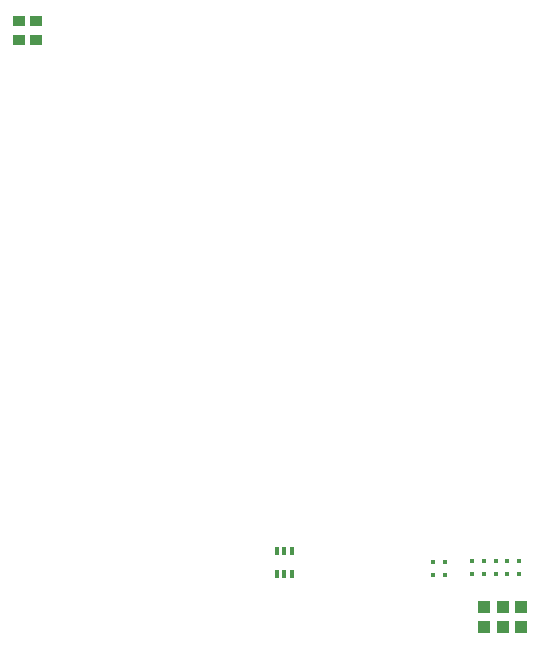
<source format=gbr>
G04 EAGLE Gerber RS-274X export*
G75*
%MOMM*%
%FSLAX34Y34*%
%LPD*%
%INSolderpaste Bottom*%
%IPPOS*%
%AMOC8*
5,1,8,0,0,1.08239X$1,22.5*%
G01*
%ADD10R,1.000000X0.970000*%
%ADD11R,0.301122X0.751859*%
%ADD12R,0.300237X0.752081*%
%ADD13R,0.298816X0.753141*%
%ADD14R,0.298516X0.748294*%
%ADD15R,0.300147X0.749438*%
%ADD16R,0.302822X0.747972*%
%ADD17R,0.310000X0.410000*%
%ADD18R,1.000000X1.100000*%


D10*
X230270Y564780D03*
X244970Y564780D03*
X230270Y580780D03*
X244970Y580780D03*
D11*
X461506Y112491D03*
D12*
X455001Y112490D03*
D13*
X448494Y112484D03*
D14*
X448493Y131509D03*
D15*
X455001Y131503D03*
D16*
X461514Y131510D03*
D17*
X580770Y122230D03*
X580770Y111230D03*
X590770Y122230D03*
X590770Y111230D03*
X614000Y123000D03*
X614000Y112000D03*
X634000Y123000D03*
X634000Y112000D03*
X644000Y123000D03*
X644000Y112000D03*
X654000Y123000D03*
X654000Y112000D03*
D18*
X623900Y67470D03*
X623900Y84650D03*
X639900Y67470D03*
X639900Y84650D03*
X655900Y67470D03*
X655900Y84650D03*
D17*
X624000Y123000D03*
X624000Y112000D03*
M02*

</source>
